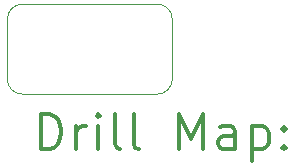
<source format=gbr>
%FSLAX45Y45*%
G04 Gerber Fmt 4.5, Leading zero omitted, Abs format (unit mm)*
G04 Created by KiCad (PCBNEW (5.1.10)-1) date 2021-12-10 13:29:33*
%MOMM*%
%LPD*%
G01*
G04 APERTURE LIST*
%TA.AperFunction,Profile*%
%ADD10C,0.050000*%
%TD*%
%ADD11C,0.200000*%
%ADD12C,0.300000*%
G04 APERTURE END LIST*
D10*
X11938000Y-9652000D02*
X11938000Y-9144000D01*
X13335000Y-9652000D02*
G75*
G02*
X13208000Y-9779000I-127000J0D01*
G01*
X12065000Y-9779000D02*
G75*
G02*
X11938000Y-9652000I0J127000D01*
G01*
X11938000Y-9144000D02*
G75*
G02*
X12065000Y-9017000I127000J0D01*
G01*
X13208000Y-9017000D02*
G75*
G02*
X13335000Y-9144000I0J-127000D01*
G01*
X13208000Y-9779000D02*
X12065000Y-9779000D01*
X13335000Y-9144000D02*
X13335000Y-9652000D01*
X12065000Y-9017000D02*
X13208000Y-9017000D01*
D11*
D12*
X12221928Y-10247214D02*
X12221928Y-9947214D01*
X12293357Y-9947214D01*
X12336214Y-9961500D01*
X12364786Y-9990072D01*
X12379071Y-10018643D01*
X12393357Y-10075786D01*
X12393357Y-10118643D01*
X12379071Y-10175786D01*
X12364786Y-10204357D01*
X12336214Y-10232929D01*
X12293357Y-10247214D01*
X12221928Y-10247214D01*
X12521928Y-10247214D02*
X12521928Y-10047214D01*
X12521928Y-10104357D02*
X12536214Y-10075786D01*
X12550500Y-10061500D01*
X12579071Y-10047214D01*
X12607643Y-10047214D01*
X12707643Y-10247214D02*
X12707643Y-10047214D01*
X12707643Y-9947214D02*
X12693357Y-9961500D01*
X12707643Y-9975786D01*
X12721928Y-9961500D01*
X12707643Y-9947214D01*
X12707643Y-9975786D01*
X12893357Y-10247214D02*
X12864786Y-10232929D01*
X12850500Y-10204357D01*
X12850500Y-9947214D01*
X13050500Y-10247214D02*
X13021928Y-10232929D01*
X13007643Y-10204357D01*
X13007643Y-9947214D01*
X13393357Y-10247214D02*
X13393357Y-9947214D01*
X13493357Y-10161500D01*
X13593357Y-9947214D01*
X13593357Y-10247214D01*
X13864786Y-10247214D02*
X13864786Y-10090072D01*
X13850500Y-10061500D01*
X13821928Y-10047214D01*
X13764786Y-10047214D01*
X13736214Y-10061500D01*
X13864786Y-10232929D02*
X13836214Y-10247214D01*
X13764786Y-10247214D01*
X13736214Y-10232929D01*
X13721928Y-10204357D01*
X13721928Y-10175786D01*
X13736214Y-10147214D01*
X13764786Y-10132929D01*
X13836214Y-10132929D01*
X13864786Y-10118643D01*
X14007643Y-10047214D02*
X14007643Y-10347214D01*
X14007643Y-10061500D02*
X14036214Y-10047214D01*
X14093357Y-10047214D01*
X14121928Y-10061500D01*
X14136214Y-10075786D01*
X14150500Y-10104357D01*
X14150500Y-10190072D01*
X14136214Y-10218643D01*
X14121928Y-10232929D01*
X14093357Y-10247214D01*
X14036214Y-10247214D01*
X14007643Y-10232929D01*
X14279071Y-10218643D02*
X14293357Y-10232929D01*
X14279071Y-10247214D01*
X14264786Y-10232929D01*
X14279071Y-10218643D01*
X14279071Y-10247214D01*
X14279071Y-10061500D02*
X14293357Y-10075786D01*
X14279071Y-10090072D01*
X14264786Y-10075786D01*
X14279071Y-10061500D01*
X14279071Y-10090072D01*
M02*

</source>
